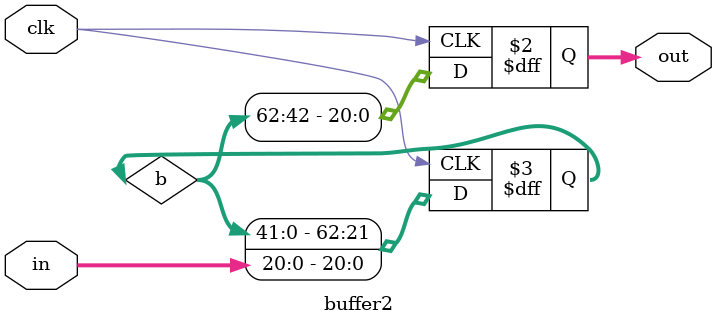
<source format=v>
`timescale 1ns / 1ps


module buffer2(
    input [20:0] in,
    input clk,
    output reg signed [20:0] out
    );
    
    reg signed [62:0]b;
    
    always @(posedge clk)
    begin
        out = b[62:42];
        b[62:21] = b[41:0];
        b[20:0] = in;
    end
    
endmodule

</source>
